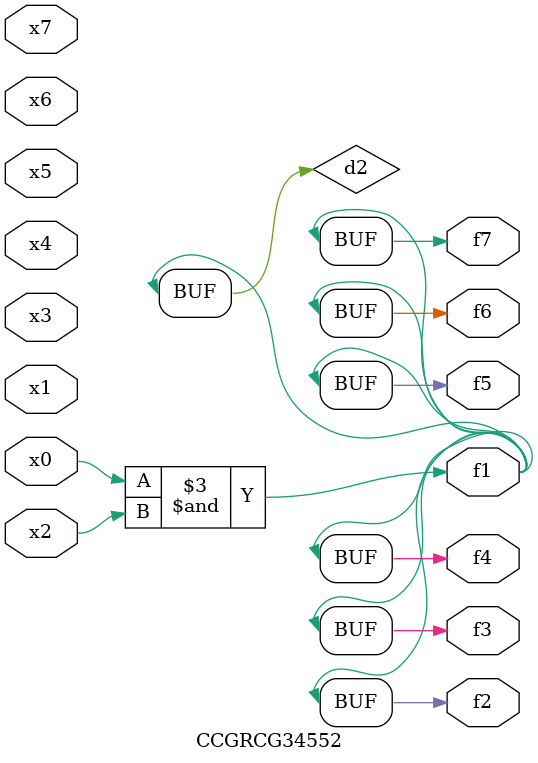
<source format=v>
module CCGRCG34552(
	input x0, x1, x2, x3, x4, x5, x6, x7,
	output f1, f2, f3, f4, f5, f6, f7
);

	wire d1, d2;

	nor (d1, x3, x6);
	and (d2, x0, x2);
	assign f1 = d2;
	assign f2 = d2;
	assign f3 = d2;
	assign f4 = d2;
	assign f5 = d2;
	assign f6 = d2;
	assign f7 = d2;
endmodule

</source>
